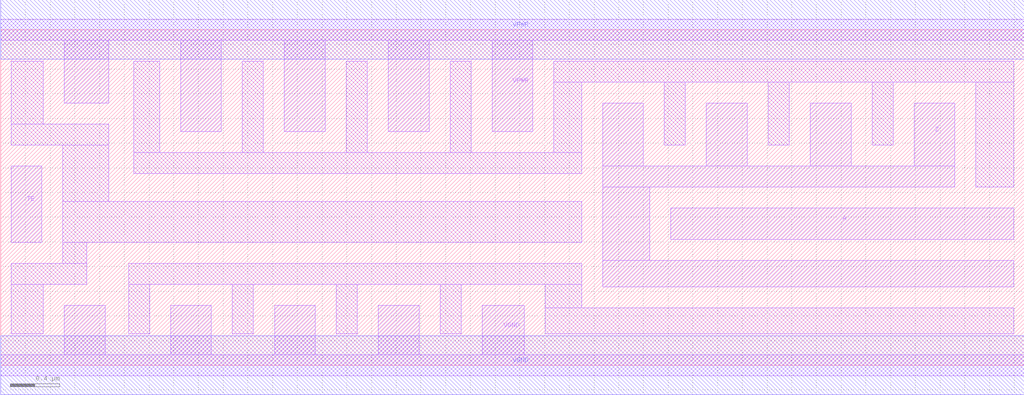
<source format=lef>
# Copyright 2020 The SkyWater PDK Authors
#
# Licensed under the Apache License, Version 2.0 (the "License");
# you may not use this file except in compliance with the License.
# You may obtain a copy of the License at
#
#     https://www.apache.org/licenses/LICENSE-2.0
#
# Unless required by applicable law or agreed to in writing, software
# distributed under the License is distributed on an "AS IS" BASIS,
# WITHOUT WARRANTIES OR CONDITIONS OF ANY KIND, either express or implied.
# See the License for the specific language governing permissions and
# limitations under the License.
#
# SPDX-License-Identifier: Apache-2.0

VERSION 5.5 ;
NAMESCASESENSITIVE ON ;
BUSBITCHARS "[]" ;
DIVIDERCHAR "/" ;
MACRO sky130_fd_sc_hd__einvp_8
  CLASS CORE ;
  SOURCE USER ;
  ORIGIN  0.000000  0.000000 ;
  SIZE  8.280000 BY  2.720000 ;
  SYMMETRY X Y R90 ;
  SITE unithd ;
  PIN A
    ANTENNAGATEAREA  1.980000 ;
    DIRECTION INPUT ;
    USE SIGNAL ;
    PORT
      LAYER li1 ;
        RECT 5.420000 1.020000 8.195000 1.275000 ;
    END
  END A
  PIN TE
    ANTENNAGATEAREA  1.027500 ;
    DIRECTION INPUT ;
    USE SIGNAL ;
    PORT
      LAYER li1 ;
        RECT 0.085000 0.995000 0.330000 1.615000 ;
    END
  END TE
  PIN Z
    ANTENNADIFFAREA  1.782000 ;
    DIRECTION OUTPUT ;
    USE SIGNAL ;
    PORT
      LAYER li1 ;
        RECT 4.870000 0.635000 8.195000 0.850000 ;
        RECT 4.870000 0.850000 5.250000 1.445000 ;
        RECT 4.870000 1.445000 7.720000 1.615000 ;
        RECT 4.870000 1.615000 5.200000 2.125000 ;
        RECT 5.710000 1.615000 6.040000 2.125000 ;
        RECT 6.550000 1.615000 6.880000 2.125000 ;
        RECT 7.390000 1.615000 7.720000 2.125000 ;
    END
  END Z
  PIN VGND
    DIRECTION INOUT ;
    SHAPE ABUTMENT ;
    USE GROUND ;
    PORT
      LAYER li1 ;
        RECT 0.000000 -0.085000 8.280000 0.085000 ;
        RECT 0.515000  0.085000 0.845000 0.485000 ;
        RECT 1.375000  0.085000 1.705000 0.485000 ;
        RECT 2.215000  0.085000 2.545000 0.485000 ;
        RECT 3.055000  0.085000 3.385000 0.485000 ;
        RECT 3.895000  0.085000 4.235000 0.485000 ;
    END
    PORT
      LAYER met1 ;
        RECT 0.000000 -0.240000 8.280000 0.240000 ;
    END
  END VGND
  PIN VPWR
    DIRECTION INOUT ;
    SHAPE ABUTMENT ;
    USE POWER ;
    PORT
      LAYER li1 ;
        RECT 0.000000 2.635000 8.280000 2.805000 ;
        RECT 0.515000 2.125000 0.875000 2.635000 ;
        RECT 1.455000 1.895000 1.785000 2.635000 ;
        RECT 2.295000 1.895000 2.625000 2.635000 ;
        RECT 3.135000 1.895000 3.465000 2.635000 ;
        RECT 3.975000 1.895000 4.305000 2.635000 ;
    END
    PORT
      LAYER met1 ;
        RECT 0.000000 2.480000 8.280000 2.960000 ;
    END
  END VPWR
  OBS
    LAYER li1 ;
      RECT 0.085000 0.255000 0.345000 0.655000 ;
      RECT 0.085000 0.655000 0.695000 0.825000 ;
      RECT 0.085000 1.785000 0.875000 1.955000 ;
      RECT 0.085000 1.955000 0.345000 2.465000 ;
      RECT 0.500000 0.825000 0.695000 0.995000 ;
      RECT 0.500000 0.995000 4.700000 1.325000 ;
      RECT 0.500000 1.325000 0.875000 1.785000 ;
      RECT 1.035000 0.255000 1.205000 0.655000 ;
      RECT 1.035000 0.655000 4.700000 0.825000 ;
      RECT 1.075000 1.555000 4.700000 1.725000 ;
      RECT 1.075000 1.725000 1.285000 2.465000 ;
      RECT 1.875000 0.255000 2.045000 0.655000 ;
      RECT 1.955000 1.725000 2.125000 2.465000 ;
      RECT 2.715000 0.255000 2.885000 0.655000 ;
      RECT 2.795000 1.725000 2.965000 2.465000 ;
      RECT 3.555000 0.255000 3.725000 0.655000 ;
      RECT 3.635000 1.725000 3.805000 2.465000 ;
      RECT 4.405000 0.255000 8.195000 0.465000 ;
      RECT 4.405000 0.465000 4.700000 0.655000 ;
      RECT 4.475000 1.725000 4.700000 2.295000 ;
      RECT 4.475000 2.295000 8.195000 2.465000 ;
      RECT 5.370000 1.785000 5.540000 2.295000 ;
      RECT 6.210000 1.785000 6.380000 2.295000 ;
      RECT 7.050000 1.785000 7.220000 2.295000 ;
      RECT 7.890000 1.445000 8.195000 2.295000 ;
  END
END sky130_fd_sc_hd__einvp_8

</source>
